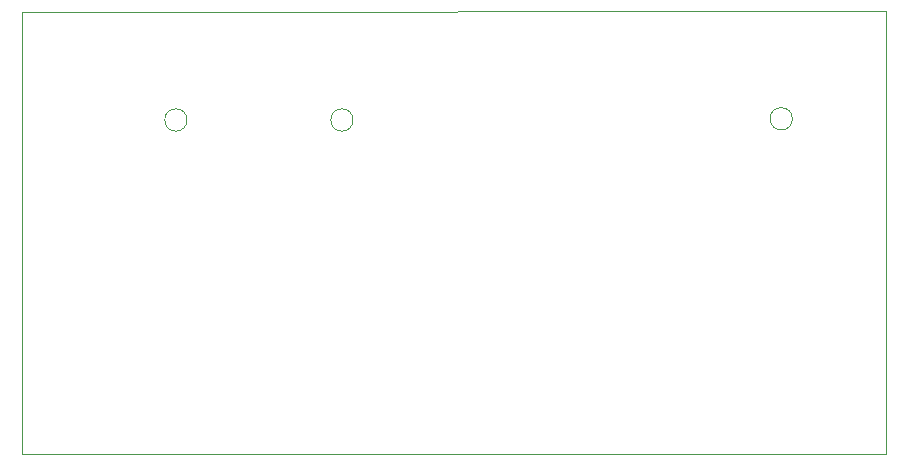
<source format=gbr>
G04 #@! TF.GenerationSoftware,KiCad,Pcbnew,5.1.4+dfsg1-1*
G04 #@! TF.CreationDate,2020-04-10T18:02:15-04:00*
G04 #@! TF.ProjectId,LilMix,4c696c4d-6978-42e6-9b69-6361645f7063,rev?*
G04 #@! TF.SameCoordinates,Original*
G04 #@! TF.FileFunction,Profile,NP*
%FSLAX46Y46*%
G04 Gerber Fmt 4.6, Leading zero omitted, Abs format (unit mm)*
G04 Created by KiCad (PCBNEW 5.1.4+dfsg1-1) date 2020-04-10 18:02:15*
%MOMM*%
%LPD*%
G04 APERTURE LIST*
%ADD10C,0.050000*%
G04 APERTURE END LIST*
D10*
X84710000Y-74730000D02*
X157865000Y-74699200D01*
X157875000Y-112140000D02*
X157865000Y-74699200D01*
X84725000Y-112148600D02*
X157875000Y-112140000D01*
X84710000Y-74730000D02*
X84725000Y-112148600D01*
X98686796Y-83900000D02*
G75*
G03X98686796Y-83900000I-943398J0D01*
G01*
X112743398Y-83900000D02*
G75*
G03X112743398Y-83900000I-943398J0D01*
G01*
X149943398Y-83800000D02*
G75*
G03X149943398Y-83800000I-943398J0D01*
G01*
M02*

</source>
